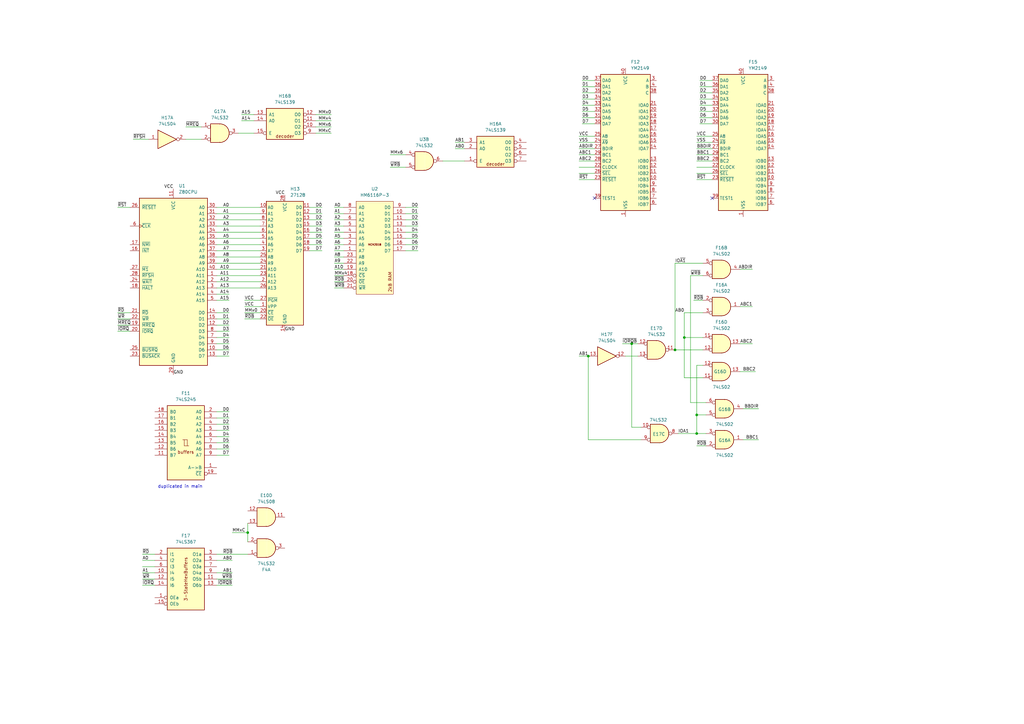
<source format=kicad_sch>
(kicad_sch (version 20231120) (generator "eeschema") (generator_version "8.0")
  (paper "A3")
  (title_block (title "Sound"))
  (lib_symbols
    (symbol "Audio:YM2149"
      (property "Reference" "U" (at -10.16 29.21 0))
      (property "Value" "YM2149" (at 3.81 29.21 0))
      (symbol "YM2149_1_1"
        (pin power_in line (at 0 -30.48 90) (length 2.54) (name "VSS") (number "1"))
        (pin bidirectional line (at 12.7 -15.24 180) (length 2.54) (name "IOB3") (number "10"))
        (pin bidirectional line (at 12.7 -12.7 180) (length 2.54) (name "IOB2") (number "11"))
        (pin bidirectional line (at 12.7 -10.16 180) (length 2.54) (name "IOB1") (number "12"))
        (pin bidirectional line (at 12.7 -7.62 180) (length 2.54) (name "IOB0") (number "13"))
        (pin bidirectional line (at 12.7 -2.54 180) (length 2.54) (name "IOA7") (number "14"))
        (pin bidirectional line (at 12.7 0 180) (length 2.54) (name "IOA6") (number "15"))
        (pin bidirectional line (at 12.7 2.54 180) (length 2.54) (name "IOA5") (number "16"))
        (pin bidirectional line (at 12.7 5.08 180) (length 2.54) (name "IOA4") (number "17"))
        (pin bidirectional line (at 12.7 7.62 180) (length 2.54) (name "IOA3") (number "18"))
        (pin bidirectional line (at 12.7 10.16 180) (length 2.54) (name "IOA2") (number "19"))
        (pin no_connect line (at -10.16 -17.78 0) (length 2.54) hide (name "NC") (number "2"))
        (pin bidirectional line (at 12.7 12.7 180) (length 2.54) (name "IOA1") (number "20"))
        (pin bidirectional line (at 12.7 15.24 180) (length 2.54) (name "IOA0") (number "21"))
        (pin input line (at -12.7 -10.16 0) (length 2.54) (name "CLOCK") (number "22"))
        (pin input line (at -12.7 -15.24 0) (length 2.54) (name "~{RESET}") (number "23"))
        (pin input line (at -12.7 0 0) (length 2.54) (name "~{A9}") (number "24"))
        (pin input line (at -12.7 2.54 0) (length 2.54) (name "A8") (number "25"))
        (pin input line (at -12.7 -12.7 0) (length 2.54) (name "~{SEL}") (number "26"))
        (pin input line (at -12.7 -2.54 0) (length 2.54) (name "BDIR") (number "27"))
        (pin input line (at -12.7 -7.62 0) (length 2.54) (name "BC2") (number "28"))
        (pin input line (at -12.7 -5.08 0) (length 2.54) (name "BC1") (number "29"))
        (pin output line (at 12.7 25.4 180) (length 2.54) (name "A") (number "3"))
        (pin bidirectional line (at -12.7 7.62 0) (length 2.54) (name "DA7") (number "30"))
        (pin bidirectional line (at -12.7 10.16 0) (length 2.54) (name "DA6") (number "31"))
        (pin bidirectional line (at -12.7 12.7 0) (length 2.54) (name "DA5") (number "32"))
        (pin bidirectional line (at -12.7 15.24 0) (length 2.54) (name "DA4") (number "33"))
        (pin bidirectional line (at -12.7 17.78 0) (length 2.54) (name "DA3") (number "34"))
        (pin bidirectional line (at -12.7 20.32 0) (length 2.54) (name "DA2") (number "35"))
        (pin bidirectional line (at -12.7 22.86 0) (length 2.54) (name "DA1") (number "36"))
        (pin bidirectional line (at -12.7 25.4 0) (length 2.54) (name "DA0") (number "37"))
        (pin output line (at 12.7 20.32 180) (length 2.54) (name "C") (number "38"))
        (pin passive line (at -12.7 -22.86 0) (length 2.54) (name "TEST1") (number "39"))
        (pin output line (at 12.7 22.86 180) (length 2.54) (name "B") (number "4"))
        (pin power_in line (at 0 30.48 270) (length 2.54) (name "VCC") (number "40"))
        (pin no_connect line (at -10.16 -20.32 0) (length 2.54) hide (name "NC") (number "5"))
        (pin bidirectional line (at 12.7 -25.4 180) (length 2.54) (name "IOB7") (number "6"))
        (pin bidirectional line (at 12.7 -22.86 180) (length 2.54) (name "IOB6") (number "7"))
        (pin bidirectional line (at 12.7 -20.32 180) (length 2.54) (name "IOB5") (number "8"))
        (pin bidirectional line (at 12.7 -17.78 180) (length 2.54) (name "IOB4") (number "9"))
      )
    )
    (symbol "CPU:Z80CPU" (pin_names (offset 1.016))
      (property "Reference" "U" (at -13.97 35.56 0))
      (property "Value" "Z80CPU" (at 6.35 35.56 0))
      (symbol "Z80CPU_1_1"
        (pin output line (at 17.78 2.54 180) (length 3.81) (name "A11") (number "1"))
        (pin bidirectional line (at 17.78 -27.94 180) (length 3.81) (name "D6") (number "10"))
        (pin power_in line (at 0 38.1 270) (length 3.81) (name "VCC") (number "11"))
        (pin bidirectional line (at 17.78 -17.78 180) (length 3.81) (name "D2") (number "12"))
        (pin bidirectional line (at 17.78 -30.48 180) (length 3.81) (name "D7") (number "13"))
        (pin bidirectional line (at 17.78 -12.7 180) (length 3.81) (name "D0") (number "14"))
        (pin bidirectional line (at 17.78 -15.24 180) (length 3.81) (name "D1") (number "15"))
        (pin input line (at -17.78 12.7 0) (length 3.81) (name "~{INT}") (number "16"))
        (pin input line (at -17.78 15.24 0) (length 3.81) (name "~{NMI}") (number "17"))
        (pin output line (at -17.78 -2.54 0) (length 3.81) (name "~{HALT}") (number "18"))
        (pin output line (at -17.78 -17.78 0) (length 3.81) (name "~{MREQ}") (number "19"))
        (pin output line (at 17.78 0 180) (length 3.81) (name "A12") (number "2"))
        (pin output line (at -17.78 -20.32 0) (length 3.81) (name "~{IORQ}") (number "20"))
        (pin output line (at -17.78 -12.7 0) (length 3.81) (name "~{RD}") (number "21"))
        (pin output line (at -17.78 -15.24 0) (length 3.81) (name "~{WR}") (number "22"))
        (pin output line (at -17.78 -30.48 0) (length 3.81) (name "~{BUSACK}") (number "23"))
        (pin input line (at -17.78 0 0) (length 3.81) (name "~{WAIT}") (number "24"))
        (pin input line (at -17.78 -27.94 0) (length 3.81) (name "~{BUSRQ}") (number "25"))
        (pin input line (at -17.78 30.48 0) (length 3.81) (name "~{RESET}") (number "26"))
        (pin output line (at -17.78 5.08 0) (length 3.81) (name "~{M1}") (number "27"))
        (pin output line (at -17.78 2.54 0) (length 3.81) (name "~{RFSH}") (number "28"))
        (pin power_in line (at 0 -38.1 90) (length 3.81) (name "GND") (number "29"))
        (pin output line (at 17.78 -2.54 180) (length 3.81) (name "A13") (number "3"))
        (pin output line (at 17.78 30.48 180) (length 3.81) (name "A0") (number "30"))
        (pin output line (at 17.78 27.94 180) (length 3.81) (name "A1") (number "31"))
        (pin output line (at 17.78 25.4 180) (length 3.81) (name "A2") (number "32"))
        (pin output line (at 17.78 22.86 180) (length 3.81) (name "A3") (number "33"))
        (pin output line (at 17.78 20.32 180) (length 3.81) (name "A4") (number "34"))
        (pin output line (at 17.78 17.78 180) (length 3.81) (name "A5") (number "35"))
        (pin output line (at 17.78 15.24 180) (length 3.81) (name "A6") (number "36"))
        (pin output line (at 17.78 12.7 180) (length 3.81) (name "A7") (number "37"))
        (pin output line (at 17.78 10.16 180) (length 3.81) (name "A8") (number "38"))
        (pin output line (at 17.78 7.62 180) (length 3.81) (name "A9") (number "39"))
        (pin output line (at 17.78 -5.08 180) (length 3.81) (name "A14") (number "4"))
        (pin output line (at 17.78 5.08 180) (length 3.81) (name "A10") (number "40"))
        (pin output line (at 17.78 -7.62 180) (length 3.81) (name "A15") (number "5"))
        (pin input clock (at -17.78 22.86 0) (length 3.81) (name "~{CLK}") (number "6"))
        (pin bidirectional line (at 17.78 -22.86 180) (length 3.81) (name "D4") (number "7"))
        (pin bidirectional line (at 17.78 -20.32 180) (length 3.81) (name "D3") (number "8"))
        (pin bidirectional line (at 17.78 -25.4 180) (length 3.81) (name "D5") (number "9"))
      )
    )
    (symbol "Memory_EPROM:27128"
      (property "Reference" "U" (at -7.62 26.67 0))
      (property "Value" "27128" (at 2.54 -26.67 0))
      (symbol "27128_1_1"
        (pin input line (at -10.16 -17.78 0) (length 2.54) (name "VPP") (number "1"))
        (pin input line (at -10.16 22.86 0) (length 2.54) (name "A0") (number "10"))
        (pin tri_state line (at 10.16 22.86 180) (length 2.54) (name "D0") (number "11"))
        (pin tri_state line (at 10.16 20.32 180) (length 2.54) (name "D1") (number "12"))
        (pin tri_state line (at 10.16 17.78 180) (length 2.54) (name "D2") (number "13"))
        (pin power_in line (at 0 -27.94 90) (length 2.54) (name "GND") (number "14"))
        (pin tri_state line (at 10.16 15.24 180) (length 2.54) (name "D3") (number "15"))
        (pin tri_state line (at 10.16 12.7 180) (length 2.54) (name "D4") (number "16"))
        (pin tri_state line (at 10.16 10.16 180) (length 2.54) (name "D5") (number "17"))
        (pin tri_state line (at 10.16 7.62 180) (length 2.54) (name "D6") (number "18"))
        (pin tri_state line (at 10.16 5.08 180) (length 2.54) (name "D7") (number "19"))
        (pin input line (at -10.16 -7.62 0) (length 2.54) (name "A12") (number "2"))
        (pin input line (at -10.16 -20.32 0) (length 2.54) (name "~{CE}") (number "20"))
        (pin input line (at -10.16 -2.54 0) (length 2.54) (name "A10") (number "21"))
        (pin input line (at -10.16 -22.86 0) (length 2.54) (name "~{OE}") (number "22"))
        (pin input line (at -10.16 -5.08 0) (length 2.54) (name "A11") (number "23"))
        (pin input line (at -10.16 0 0) (length 2.54) (name "A9") (number "24"))
        (pin input line (at -10.16 2.54 0) (length 2.54) (name "A8") (number "25"))
        (pin input line (at -10.16 -10.16 0) (length 2.54) (name "A13") (number "26"))
        (pin input line (at -10.16 -15.24 0) (length 2.54) (name "~{PGM}") (number "27"))
        (pin power_in line (at 0 27.94 270) (length 2.54) (name "VCC") (number "28"))
        (pin input line (at -10.16 5.08 0) (length 2.54) (name "A7") (number "3"))
        (pin input line (at -10.16 7.62 0) (length 2.54) (name "A6") (number "4"))
        (pin input line (at -10.16 10.16 0) (length 2.54) (name "A5") (number "5"))
        (pin input line (at -10.16 12.7 0) (length 2.54) (name "A4") (number "6"))
        (pin input line (at -10.16 15.24 0) (length 2.54) (name "A3") (number "7"))
        (pin input line (at -10.16 17.78 0) (length 2.54) (name "A2") (number "8"))
        (pin input line (at -10.16 20.32 0) (length 2.54) (name "A1") (number "9"))
      )
    )
    (symbol "arcade:HM6116P-3" (pin_names (offset 1.016))
      (property "Reference" "U" (at 0 21.59 0))
      (property "Value" "HM6116P-3" (at 1.27 19.05 0))
      (symbol "HM6116P-3_0_0"
        (text "2kB RAM" (at 6.35 -15.24 900) (effects (font (size 1.27 1.27))))
        (text "MCM2018" (at 0 0 0) (effects (font (size 0.762 0.762))))
      )
      (symbol "HM6116P-3_1_1"
        (pin input line (at -12.7 -2.54 0) (length 5.08) (name "A7") (number "1"))
        (pin tri_state line (at 12.7 12.7 180) (length 5.08) (name "D1") (number "10"))
        (pin tri_state line (at 12.7 10.16 180) (length 5.08) (name "D2") (number "11"))
        (pin power_in line (at 0 -20.32 90) (length 5.08) hide (name "VSS") (number "12"))
        (pin tri_state line (at 12.7 7.62 180) (length 5.08) (name "D3") (number "13"))
        (pin tri_state line (at 12.7 5.08 180) (length 5.08) (name "D4") (number "14"))
        (pin tri_state line (at 12.7 2.54 180) (length 5.08) (name "D5") (number "15"))
        (pin tri_state line (at 12.7 0 180) (length 5.08) (name "D6") (number "16"))
        (pin tri_state line (at 12.7 -2.54 180) (length 5.08) (name "D7") (number "17"))
        (pin input inverted (at -12.7 -12.7 0) (length 5.08) (name "~{CS}") (number "18"))
        (pin input line (at -12.7 -10.16 0) (length 5.08) (name "A10") (number "19"))
        (pin input line (at -12.7 0 0) (length 5.08) (name "A6") (number "2"))
        (pin input inverted (at -12.7 -15.24 0) (length 5.08) (name "~{OE}") (number "20"))
        (pin input inverted (at -12.7 -17.78 0) (length 5.08) (name "~{WR}") (number "21"))
        (pin input line (at -12.7 -7.62 0) (length 5.08) (name "A9") (number "22"))
        (pin input line (at -12.7 -5.08 0) (length 5.08) (name "A8") (number "23"))
        (pin power_in line (at 0 17.78 270) (length 5.08) hide (name "VCC") (number "24"))
        (pin input line (at -12.7 2.54 0) (length 5.08) (name "A5") (number "3"))
        (pin input line (at -12.7 5.08 0) (length 5.08) (name "A4") (number "4"))
        (pin input line (at -12.7 7.62 0) (length 5.08) (name "A3") (number "5"))
        (pin input line (at -12.7 10.16 0) (length 5.08) (name "A2") (number "6"))
        (pin input line (at -12.7 12.7 0) (length 5.08) (name "A1") (number "7"))
        (pin input line (at -12.7 15.24 0) (length 5.08) (name "A0") (number "8"))
        (pin tri_state line (at 12.7 15.24 180) (length 5.08) (name "D0") (number "9"))
      )
    )
    (symbol "jt74:74LS02" (pin_names (offset 1.016))
      (property "Reference" "U" (at 0 1.27 0))
      (property "Value" "74LS02" (at 0 -1.27 0))
      (symbol "74LS02_1_1"
        (pin output inverted (at 7.62 0 180) (length 3.81) (name "~") (number "1"))
        (pin input line (at -7.62 2.54 0) (length 4.318) (name "~") (number "2"))
        (pin input line (at -7.62 -2.54 0) (length 4.318) (name "~") (number "3"))
      )
      (symbol "74LS02_1_2"
        (pin output line (at 7.62 0 180) (length 3.81) (name "~") (number "1"))
        (pin input inverted (at -7.62 2.54 0) (length 3.81) (name "~") (number "2"))
        (pin input inverted (at -7.62 -2.54 0) (length 3.81) (name "~") (number "3"))
      )
      (symbol "74LS02_2_1"
        (pin output inverted (at 7.62 0 180) (length 3.81) (name "~") (number "4"))
        (pin input line (at -7.62 2.54 0) (length 4.318) (name "~") (number "5"))
        (pin input line (at -7.62 -2.54 0) (length 4.318) (name "~") (number "6"))
      )
      (symbol "74LS02_2_2"
        (pin output line (at 7.62 0 180) (length 3.81) (name "~") (number "4"))
        (pin input inverted (at -7.62 2.54 0) (length 3.81) (name "~") (number "5"))
        (pin input inverted (at -7.62 -2.54 0) (length 3.81) (name "~") (number "6"))
      )
      (symbol "74LS02_3_1"
        (pin output inverted (at 7.62 0 180) (length 3.81) (name "~") (number "10"))
        (pin input line (at -7.62 2.54 0) (length 4.318) (name "~") (number "8"))
        (pin input line (at -7.62 -2.54 0) (length 4.318) (name "~") (number "9"))
      )
      (symbol "74LS02_3_2"
        (pin output line (at 7.62 0 180) (length 3.81) (name "~") (number "10"))
        (pin input inverted (at -7.62 2.54 0) (length 3.81) (name "~") (number "8"))
        (pin input inverted (at -7.62 -2.54 0) (length 3.81) (name "~") (number "9"))
      )
      (symbol "74LS02_4_1"
        (pin input line (at -7.62 2.54 0) (length 4.318) (name "~") (number "11"))
        (pin input line (at -7.62 -2.54 0) (length 4.318) (name "~") (number "12"))
        (pin output inverted (at 7.62 0 180) (length 3.81) (name "~") (number "13"))
      )
      (symbol "74LS02_4_2"
        (pin input inverted (at -7.62 2.54 0) (length 3.81) (name "~") (number "11"))
        (pin input inverted (at -7.62 -2.54 0) (length 3.81) (name "~") (number "12"))
        (pin output line (at 7.62 0 180) (length 3.81) (name "~") (number "13"))
      )
      (symbol "74LS02_5_0"
        (pin power_in line (at 0 7.62 270) (length 5.08) hide (name "VCC") (number "14"))
        (pin power_in line (at 0 -7.62 90) (length 5.08) hide (name "VSS") (number "7"))
      )
    )
    (symbol "jt74:74LS04" (pin_names (offset 1.016))
      (property "Reference" "U" (at 0 1.27 0))
      (property "Value" "74LS04" (at 0 -1.27 0))
      (symbol "74LS04_1_0"
        (pin input line (at -7.62 0 0) (length 3.81) (name "~") (number "1"))
        (pin output inverted (at 7.62 0 180) (length 3.81) (name "~") (number "2"))
      )
      (symbol "74LS04_2_0"
        (pin input line (at -7.62 0 0) (length 3.81) (name "~") (number "3"))
        (pin output inverted (at 7.62 0 180) (length 3.81) (name "~") (number "4"))
      )
      (symbol "74LS04_3_0"
        (pin input line (at -7.62 0 0) (length 3.81) (name "~") (number "5"))
        (pin output inverted (at 7.62 0 180) (length 3.81) (name "~") (number "6"))
      )
      (symbol "74LS04_4_0"
        (pin output inverted (at 7.62 0 180) (length 3.81) (name "~") (number "8"))
        (pin input line (at -7.62 0 0) (length 3.81) (name "~") (number "9"))
      )
      (symbol "74LS04_5_0"
        (pin output inverted (at 7.62 0 180) (length 3.81) (name "~") (number "10"))
        (pin input line (at -7.62 0 0) (length 3.81) (name "~") (number "11"))
      )
      (symbol "74LS04_6_0"
        (pin output inverted (at 7.62 0 180) (length 3.81) (name "~") (number "12"))
        (pin input line (at -7.62 0 0) (length 3.81) (name "~") (number "13"))
      )
      (symbol "74LS04_7_0"
        (pin power_in line (at 0 7.62 270) (length 5.08) hide (name "VCC") (number "14"))
        (pin power_in line (at 0 -7.62 90) (length 5.08) hide (name "VSS") (number "7"))
      )
    )
    (symbol "jt74:74LS08" (pin_names (offset 1.016))
      (property "Reference" "U" (at 0 1.27 0))
      (property "Value" "74LS08" (at 0 -1.27 0))
      (symbol "74LS08_1_1"
        (pin input line (at -7.62 2.54 0) (length 3.81) (name "~") (number "1"))
        (pin input line (at -7.62 -2.54 0) (length 3.81) (name "~") (number "2"))
        (pin output line (at 7.62 0 180) (length 3.81) (name "~") (number "3"))
      )
      (symbol "74LS08_1_2"
        (pin input inverted (at -7.62 2.54 0) (length 4.318) (name "~") (number "1"))
        (pin input inverted (at -7.62 -2.54 0) (length 4.318) (name "~") (number "2"))
        (pin output inverted (at 7.62 0 180) (length 3.81) (name "~") (number "3"))
      )
      (symbol "74LS08_2_1"
        (pin input line (at -7.62 2.54 0) (length 3.81) (name "~") (number "4"))
        (pin input line (at -7.62 -2.54 0) (length 3.81) (name "~") (number "5"))
        (pin output line (at 7.62 0 180) (length 3.81) (name "~") (number "6"))
      )
      (symbol "74LS08_2_2"
        (pin input inverted (at -7.62 2.54 0) (length 4.318) (name "~") (number "4"))
        (pin input inverted (at -7.62 -2.54 0) (length 4.318) (name "~") (number "5"))
        (pin output inverted (at 7.62 0 180) (length 3.81) (name "~") (number "6"))
      )
      (symbol "74LS08_3_1"
        (pin input line (at -7.62 -2.54 0) (length 3.81) (name "~") (number "10"))
        (pin output line (at 7.62 0 180) (length 3.81) (name "~") (number "8"))
        (pin input line (at -7.62 2.54 0) (length 3.81) (name "~") (number "9"))
      )
      (symbol "74LS08_3_2"
        (pin input inverted (at -7.62 -2.54 0) (length 4.318) (name "~") (number "10"))
        (pin output inverted (at 7.62 0 180) (length 3.81) (name "~") (number "8"))
        (pin input inverted (at -7.62 2.54 0) (length 4.318) (name "~") (number "9"))
      )
      (symbol "74LS08_4_1"
        (pin output line (at 7.62 0 180) (length 3.81) (name "~") (number "11"))
        (pin input line (at -7.62 2.54 0) (length 3.81) (name "~") (number "12"))
        (pin input line (at -7.62 -2.54 0) (length 3.81) (name "~") (number "13"))
      )
      (symbol "74LS08_4_2"
        (pin output inverted (at 7.62 0 180) (length 3.81) (name "~") (number "11"))
        (pin input inverted (at -7.62 2.54 0) (length 4.318) (name "~") (number "12"))
        (pin input inverted (at -7.62 -2.54 0) (length 4.318) (name "~") (number "13"))
      )
      (symbol "74LS08_5_0"
        (pin power_in line (at 0 7.62 270) (length 5.08) hide (name "VCC") (number "14"))
        (pin power_in line (at 0 -7.62 90) (length 5.08) hide (name "VSS") (number "7"))
      )
    )
    (symbol "jt74:74LS139" (pin_names (offset 1.016))
      (property "Reference" "U" (at -7.62 8.89 0))
      (property "Value" "74LS139" (at -7.62 -8.89 0))
      (symbol "74LS139_0_0"
        (text "decoder" (at 0 -6.35 0) (effects (font (size 1.27 1.27))))
      )
      (symbol "74LS139_1_0"
        (pin input inverted (at -12.7 -5.08 0) (length 5.08) (name "E") (number "1"))
        (pin input line (at -12.7 0 0) (length 5.08) (name "A0") (number "2"))
        (pin input line (at -12.7 2.54 0) (length 5.08) (name "A1") (number "3"))
        (pin output inverted (at 12.7 2.54 180) (length 5.08) (name "O0") (number "4"))
        (pin output inverted (at 12.7 0 180) (length 5.08) (name "O1") (number "5"))
        (pin output inverted (at 12.7 -2.54 180) (length 5.08) (name "O2") (number "6"))
        (pin output inverted (at 12.7 -5.08 180) (length 5.08) (name "O3") (number "7"))
      )
      (symbol "74LS139_2_0"
        (pin output inverted (at 12.7 -2.54 180) (length 5.08) (name "O2") (number "10"))
        (pin output inverted (at 12.7 0 180) (length 5.08) (name "O1") (number "11"))
        (pin output inverted (at 12.7 2.54 180) (length 5.08) (name "O0") (number "12"))
        (pin input line (at -12.7 2.54 0) (length 5.08) (name "A1") (number "13"))
        (pin input line (at -12.7 0 0) (length 5.08) (name "A0") (number "14"))
        (pin input inverted (at -12.7 -5.08 0) (length 5.08) (name "E") (number "15"))
        (pin output inverted (at 12.7 -5.08 180) (length 5.08) (name "O3") (number "9"))
      )
      (symbol "74LS139_3_0"
        (pin power_in line (at 0 7.62 270) (length 5.08) hide (name "VCC") (number "16"))
        (pin power_in line (at 0 -7.62 90) (length 5.08) hide (name "VSS") (number "8"))
      )
    )
    (symbol "jt74:74LS245" (pin_names (offset 1.016))
      (property "Reference" "U" (at -7.62 16.51 0))
      (property "Value" "74LS245" (at 2.54 -13.97 0))
      (symbol "74LS245_0_0"
        (text "buffers" (at 0 -3.81 0) (effects (font (size 1.27 1.27))))
      )
      (symbol "74LS245_1_0"
        (pin input line (at -12.7 -10.16 0) (length 5.08) (name "A->B") (number "1"))
        (pin tri_state line (at 12.7 -5.08 180) (length 5.08) (name "B7") (number "11"))
        (pin tri_state line (at 12.7 -2.54 180) (length 5.08) (name "B6") (number "12"))
        (pin tri_state line (at 12.7 0 180) (length 5.08) (name "B5") (number "13"))
        (pin tri_state line (at 12.7 2.54 180) (length 5.08) (name "B4") (number "14"))
        (pin tri_state line (at 12.7 5.08 180) (length 5.08) (name "B3") (number "15"))
        (pin tri_state line (at 12.7 7.62 180) (length 5.08) (name "B2") (number "16"))
        (pin tri_state line (at 12.7 10.16 180) (length 5.08) (name "B1") (number "17"))
        (pin tri_state line (at 12.7 12.7 180) (length 5.08) (name "B0") (number "18"))
        (pin input inverted (at -12.7 -12.7 0) (length 5.08) (name "~{CE}") (number "19"))
        (pin tri_state line (at -12.7 12.7 0) (length 5.08) (name "A0") (number "2"))
        (pin tri_state line (at -12.7 10.16 0) (length 5.08) (name "A1") (number "3"))
        (pin tri_state line (at -12.7 7.62 0) (length 5.08) (name "A2") (number "4"))
        (pin tri_state line (at -12.7 5.08 0) (length 5.08) (name "A3") (number "5"))
        (pin tri_state line (at -12.7 2.54 0) (length 5.08) (name "A4") (number "6"))
        (pin tri_state line (at -12.7 0 0) (length 5.08) (name "A5") (number "7"))
        (pin tri_state line (at -12.7 -2.54 0) (length 5.08) (name "A6") (number "8"))
        (pin tri_state line (at -12.7 -5.08 0) (length 5.08) (name "A7") (number "9"))
      )
    )
    (symbol "jt74:74LS32" (pin_names (offset 1.016))
      (property "Reference" "U" (at 0 1.27 0))
      (property "Value" "74LS32" (at 0 -1.27 0))
      (symbol "74LS32_1_1"
        (pin input line (at -7.62 2.54 0) (length 4.318) (name "~") (number "1"))
        (pin input line (at -7.62 -2.54 0) (length 4.318) (name "~") (number "2"))
        (pin output line (at 7.62 0 180) (length 3.81) (name "~") (number "3"))
      )
      (symbol "74LS32_1_2"
        (pin input inverted (at -7.62 2.54 0) (length 3.81) (name "~") (number "1"))
        (pin input inverted (at -7.62 -2.54 0) (length 3.81) (name "~") (number "2"))
        (pin output inverted (at 7.62 0 180) (length 3.81) (name "~") (number "3"))
      )
      (symbol "74LS32_2_1"
        (pin input line (at -7.62 2.54 0) (length 4.318) (name "~") (number "4"))
        (pin input line (at -7.62 -2.54 0) (length 4.318) (name "~") (number "5"))
        (pin output line (at 7.62 0 180) (length 3.81) (name "~") (number "6"))
      )
      (symbol "74LS32_2_2"
        (pin input inverted (at -7.62 2.54 0) (length 3.81) (name "~") (number "4"))
        (pin input inverted (at -7.62 -2.54 0) (length 3.81) (name "~") (number "5"))
        (pin output inverted (at 7.62 0 180) (length 3.81) (name "~") (number "6"))
      )
      (symbol "74LS32_3_1"
        (pin input line (at -7.62 -2.54 0) (length 4.318) (name "~") (number "10"))
        (pin output line (at 7.62 0 180) (length 3.81) (name "~") (number "8"))
        (pin input line (at -7.62 2.54 0) (length 4.318) (name "~") (number "9"))
      )
      (symbol "74LS32_3_2"
        (pin input inverted (at -7.62 -2.54 0) (length 3.81) (name "~") (number "10"))
        (pin output inverted (at 7.62 0 180) (length 3.81) (name "~") (number "8"))
        (pin input inverted (at -7.62 2.54 0) (length 3.81) (name "~") (number "9"))
      )
      (symbol "74LS32_4_1"
        (pin output line (at 7.62 0 180) (length 3.81) (name "~") (number "11"))
        (pin input line (at -7.62 2.54 0) (length 4.318) (name "~") (number "12"))
        (pin input line (at -7.62 -2.54 0) (length 4.318) (name "~") (number "13"))
      )
      (symbol "74LS32_4_2"
        (pin output inverted (at 7.62 0 180) (length 3.81) (name "~") (number "11"))
        (pin input inverted (at -7.62 2.54 0) (length 3.81) (name "~") (number "12"))
        (pin input inverted (at -7.62 -2.54 0) (length 3.81) (name "~") (number "13"))
      )
      (symbol "74LS32_5_0"
        (pin power_in line (at 0 7.62 270) (length 5.08) hide (name "VCC") (number "14"))
        (pin power_in line (at 0 -7.62 90) (length 5.08) hide (name "VSS") (number "7"))
      )
    )
    (symbol "jt74:74LS367" (pin_names (offset 1.016))
      (property "Reference" "U" (at -7.62 13.97 0))
      (property "Value" "74LS367" (at -7.62 -13.97 0))
      (symbol "74LS367_0_0"
        (text "3-StateHexBuffers" (at 0 0 900) (effects (font (size 1.27 1.27))))
      )
      (symbol "74LS367_1_0"
        (pin input inverted (at -12.7 -7.62 0) (length 5.08) (name "OEa") (number "1"))
        (pin input line (at -12.7 2.54 0) (length 5.08) (name "I4") (number "10"))
        (pin tri_state line (at 12.7 0 180) (length 5.08) (name "O5b") (number "11"))
        (pin input line (at -12.7 0 0) (length 5.08) (name "I5") (number "12"))
        (pin tri_state line (at 12.7 -2.54 180) (length 5.08) (name "O6b") (number "13"))
        (pin input line (at -12.7 -2.54 0) (length 5.08) (name "I6") (number "14"))
        (pin input inverted (at -12.7 -10.16 0) (length 5.08) (name "OEb") (number "15"))
        (pin input line (at -12.7 10.16 0) (length 5.08) (name "I1") (number "2"))
        (pin tri_state line (at 12.7 10.16 180) (length 5.08) (name "O1a") (number "3"))
        (pin input line (at -12.7 7.62 0) (length 5.08) (name "I2") (number "4"))
        (pin tri_state line (at 12.7 7.62 180) (length 5.08) (name "O2a") (number "5"))
        (pin input line (at -12.7 5.08 0) (length 5.08) (name "I3") (number "6"))
        (pin tri_state line (at 12.7 5.08 180) (length 5.08) (name "O3a") (number "7"))
        (pin tri_state line (at 12.7 2.54 180) (length 5.08) (name "O4a") (number "9"))
      )
      (symbol "74LS367_1_1"
        (pin power_in line (at 0 12.7 270) (length 2.54) hide (name "VCC") (number "16"))
        (pin power_in line (at 0 -12.7 90) (length 2.54) hide (name "VSS") (number "8"))
      )
    )
  )
  (junction (at 285.75 170.18))
  (junction (at 241.3 146.05))
  (junction (at 101.6 218.44))
  (junction (at 276.86 143.51))
  (junction (at 259.08 140.97))
  (junction (at 280.67 138.43))
  (junction (at 285.75 177.8))
  (no_connect (at 243.84 81.28))
  (no_connect (at 292.1 81.28))
  (wire (pts (xy 88.9 186.69) (xy 93.98 186.69)))
  (wire (pts (xy 256.54 146.05) (xy 261.62 146.05)))
  (wire (pts (xy 88.9 176.53) (xy 93.98 176.53)))
  (wire (pts (xy 166.37 102.87) (xy 171.45 102.87)))
  (wire (pts (xy 99.06 46.99) (xy 104.14 46.99)))
  (wire (pts (xy 137.16 107.95) (xy 140.97 107.95)))
  (wire (pts (xy 54.61 57.15) (xy 60.96 57.15)))
  (wire (pts (xy 88.9 110.49) (xy 106.68 110.49)))
  (wire (pts (xy 101.6 214.63) (xy 101.6 218.44)))
  (wire (pts (xy 127 90.17) (xy 132.08 90.17)))
  (wire (pts (xy 237.49 55.88) (xy 243.84 55.88)))
  (wire (pts (xy 137.16 85.09) (xy 140.97 85.09)))
  (wire (pts (xy 285.75 66.04) (xy 292.1 66.04)))
  (wire (pts (xy 58.42 229.87) (xy 63.5 229.87)))
  (wire (pts (xy 97.79 54.61) (xy 104.14 54.61)))
  (wire (pts (xy 292.1 50.8) (xy 287.02 50.8)))
  (wire (pts (xy 137.16 87.63) (xy 140.97 87.63)))
  (wire (pts (xy 129.54 46.99) (xy 135.89 46.99)))
  (wire (pts (xy 88.9 120.65) (xy 93.98 120.65)))
  (wire (pts (xy 137.16 113.03) (xy 140.97 113.03)))
  (wire (pts (xy 129.54 54.61) (xy 135.89 54.61)))
  (wire (pts (xy 241.3 146.05) (xy 241.3 180.34)))
  (wire (pts (xy 276.86 143.51) (xy 276.86 107.95)))
  (wire (pts (xy 243.84 43.18) (xy 238.76 43.18)))
  (wire (pts (xy 303.53 152.4) (xy 309.88 152.4)))
  (wire (pts (xy 127 85.09) (xy 132.08 85.09)))
  (wire (pts (xy 101.6 218.44) (xy 101.6 222.25)))
  (wire (pts (xy 280.67 154.94) (xy 280.67 138.43)))
  (wire (pts (xy 88.9 113.03) (xy 106.68 113.03)))
  (wire (pts (xy 88.9 240.03) (xy 95.25 240.03)))
  (wire (pts (xy 48.26 135.89) (xy 53.34 135.89)))
  (wire (pts (xy 276.86 143.51) (xy 288.29 143.51)))
  (wire (pts (xy 280.67 138.43) (xy 280.67 128.27)))
  (wire (pts (xy 243.84 40.64) (xy 238.76 40.64)))
  (wire (pts (xy 292.1 48.26) (xy 287.02 48.26)))
  (wire (pts (xy 137.16 100.33) (xy 140.97 100.33)))
  (wire (pts (xy 280.67 138.43) (xy 288.29 138.43)))
  (wire (pts (xy 243.84 45.72) (xy 238.76 45.72)))
  (wire (pts (xy 88.9 95.25) (xy 106.68 95.25)))
  (wire (pts (xy 95.25 218.44) (xy 101.6 218.44)))
  (wire (pts (xy 280.67 128.27) (xy 288.29 128.27)))
  (wire (pts (xy 88.9 107.95) (xy 106.68 107.95)))
  (wire (pts (xy 285.75 63.5) (xy 292.1 63.5)))
  (wire (pts (xy 292.1 45.72) (xy 287.02 45.72)))
  (wire (pts (xy 166.37 85.09) (xy 171.45 85.09)))
  (wire (pts (xy 88.9 92.71) (xy 106.68 92.71)))
  (wire (pts (xy 166.37 97.79) (xy 171.45 97.79)))
  (wire (pts (xy 88.9 171.45) (xy 93.98 171.45)))
  (wire (pts (xy 181.61 66.04) (xy 190.5 66.04)))
  (wire (pts (xy 285.75 177.8) (xy 289.56 177.8)))
  (wire (pts (xy 285.75 73.66) (xy 292.1 73.66)))
  (wire (pts (xy 88.9 85.09) (xy 106.68 85.09)))
  (wire (pts (xy 255.27 140.97) (xy 259.08 140.97)))
  (wire (pts (xy 100.33 123.19) (xy 106.68 123.19)))
  (wire (pts (xy 243.84 38.1) (xy 238.76 38.1)))
  (wire (pts (xy 137.16 102.87) (xy 140.97 102.87)))
  (wire (pts (xy 48.26 128.27) (xy 53.34 128.27)))
  (wire (pts (xy 303.53 140.97) (xy 308.61 140.97)))
  (wire (pts (xy 237.49 63.5) (xy 243.84 63.5)))
  (wire (pts (xy 237.49 68.58) (xy 243.84 68.58)))
  (wire (pts (xy 127 92.71) (xy 132.08 92.71)))
  (wire (pts (xy 259.08 140.97) (xy 259.08 175.26)))
  (wire (pts (xy 88.9 105.41) (xy 106.68 105.41)))
  (wire (pts (xy 58.42 237.49) (xy 63.5 237.49)))
  (wire (pts (xy 285.75 55.88) (xy 292.1 55.88)))
  (wire (pts (xy 243.84 33.02) (xy 238.76 33.02)))
  (wire (pts (xy 284.48 123.19) (xy 288.29 123.19)))
  (wire (pts (xy 285.75 68.58) (xy 292.1 68.58)))
  (wire (pts (xy 99.06 49.53) (xy 104.14 49.53)))
  (wire (pts (xy 292.1 40.64) (xy 287.02 40.64)))
  (wire (pts (xy 285.75 182.88) (xy 289.56 182.88)))
  (wire (pts (xy 88.9 128.27) (xy 93.98 128.27)))
  (wire (pts (xy 88.9 146.05) (xy 93.98 146.05)))
  (wire (pts (xy 283.21 113.03) (xy 283.21 165.1)))
  (wire (pts (xy 137.16 118.11) (xy 140.97 118.11)))
  (wire (pts (xy 243.84 50.8) (xy 238.76 50.8)))
  (wire (pts (xy 166.37 92.71) (xy 171.45 92.71)))
  (wire (pts (xy 88.9 135.89) (xy 93.98 135.89)))
  (wire (pts (xy 100.33 130.81) (xy 106.68 130.81)))
  (wire (pts (xy 166.37 95.25) (xy 171.45 95.25)))
  (wire (pts (xy 127 87.63) (xy 132.08 87.63)))
  (wire (pts (xy 88.9 133.35) (xy 93.98 133.35)))
  (wire (pts (xy 292.1 33.02) (xy 287.02 33.02)))
  (wire (pts (xy 237.49 58.42) (xy 243.84 58.42)))
  (wire (pts (xy 283.21 165.1) (xy 289.56 165.1)))
  (wire (pts (xy 303.53 125.73) (xy 308.61 125.73)))
  (wire (pts (xy 58.42 227.33) (xy 63.5 227.33)))
  (wire (pts (xy 190.5 60.96) (xy 186.69 60.96)))
  (wire (pts (xy 160.02 68.58) (xy 166.37 68.58)))
  (wire (pts (xy 88.9 138.43) (xy 93.98 138.43)))
  (wire (pts (xy 166.37 87.63) (xy 171.45 87.63)))
  (wire (pts (xy 88.9 143.51) (xy 93.98 143.51)))
  (wire (pts (xy 259.08 140.97) (xy 261.62 140.97)))
  (wire (pts (xy 292.1 35.56) (xy 287.02 35.56)))
  (wire (pts (xy 288.29 113.03) (xy 283.21 113.03)))
  (wire (pts (xy 303.53 110.49) (xy 308.61 110.49)))
  (wire (pts (xy 48.26 133.35) (xy 53.34 133.35)))
  (wire (pts (xy 127 97.79) (xy 132.08 97.79)))
  (wire (pts (xy 186.69 58.42) (xy 190.5 58.42)))
  (wire (pts (xy 106.68 128.27) (xy 100.33 128.27)))
  (wire (pts (xy 166.37 90.17) (xy 171.45 90.17)))
  (wire (pts (xy 88.9 173.99) (xy 93.98 173.99)))
  (wire (pts (xy 278.13 177.8) (xy 285.75 177.8)))
  (wire (pts (xy 288.29 149.86) (xy 285.75 149.86)))
  (wire (pts (xy 58.42 240.03) (xy 63.5 240.03)))
  (wire (pts (xy 88.9 184.15) (xy 93.98 184.15)))
  (wire (pts (xy 137.16 115.57) (xy 140.97 115.57)))
  (wire (pts (xy 237.49 60.96) (xy 243.84 60.96)))
  (wire (pts (xy 88.9 234.95) (xy 95.25 234.95)))
  (wire (pts (xy 285.75 149.86) (xy 285.75 170.18)))
  (wire (pts (xy 88.9 179.07) (xy 93.98 179.07)))
  (wire (pts (xy 237.49 73.66) (xy 243.84 73.66)))
  (wire (pts (xy 88.9 115.57) (xy 106.68 115.57)))
  (wire (pts (xy 127 95.25) (xy 132.08 95.25)))
  (wire (pts (xy 88.9 140.97) (xy 93.98 140.97)))
  (wire (pts (xy 76.2 57.15) (xy 82.55 57.15)))
  (wire (pts (xy 88.9 118.11) (xy 106.68 118.11)))
  (wire (pts (xy 241.3 180.34) (xy 262.89 180.34)))
  (wire (pts (xy 88.9 168.91) (xy 93.98 168.91)))
  (wire (pts (xy 160.02 63.5) (xy 166.37 63.5)))
  (wire (pts (xy 304.8 167.64) (xy 311.15 167.64)))
  (wire (pts (xy 166.37 100.33) (xy 171.45 100.33)))
  (wire (pts (xy 304.8 180.34) (xy 311.15 180.34)))
  (wire (pts (xy 137.16 95.25) (xy 140.97 95.25)))
  (wire (pts (xy 58.42 232.41) (xy 63.5 232.41)))
  (wire (pts (xy 88.9 97.79) (xy 106.68 97.79)))
  (wire (pts (xy 243.84 48.26) (xy 238.76 48.26)))
  (wire (pts (xy 259.08 175.26) (xy 262.89 175.26)))
  (wire (pts (xy 137.16 90.17) (xy 140.97 90.17)))
  (wire (pts (xy 88.9 237.49) (xy 95.25 237.49)))
  (wire (pts (xy 88.9 123.19) (xy 93.98 123.19)))
  (wire (pts (xy 48.26 85.09) (xy 53.34 85.09)))
  (wire (pts (xy 76.2 52.07) (xy 82.55 52.07)))
  (wire (pts (xy 88.9 90.17) (xy 106.68 90.17)))
  (wire (pts (xy 88.9 87.63) (xy 106.68 87.63)))
  (wire (pts (xy 88.9 102.87) (xy 106.68 102.87)))
  (wire (pts (xy 100.33 125.73) (xy 106.68 125.73)))
  (wire (pts (xy 292.1 38.1) (xy 287.02 38.1)))
  (wire (pts (xy 137.16 105.41) (xy 140.97 105.41)))
  (wire (pts (xy 127 100.33) (xy 132.08 100.33)))
  (wire (pts (xy 137.16 97.79) (xy 140.97 97.79)))
  (wire (pts (xy 88.9 130.81) (xy 93.98 130.81)))
  (wire (pts (xy 88.9 227.33) (xy 101.6 227.33)))
  (wire (pts (xy 237.49 71.12) (xy 243.84 71.12)))
  (wire (pts (xy 276.86 107.95) (xy 288.29 107.95)))
  (wire (pts (xy 243.84 35.56) (xy 238.76 35.56)))
  (wire (pts (xy 88.9 100.33) (xy 106.68 100.33)))
  (wire (pts (xy 237.49 146.05) (xy 241.3 146.05)))
  (wire (pts (xy 137.16 110.49) (xy 140.97 110.49)))
  (wire (pts (xy 237.49 66.04) (xy 243.84 66.04)))
  (wire (pts (xy 129.54 49.53) (xy 135.89 49.53)))
  (wire (pts (xy 129.54 52.07) (xy 135.89 52.07)))
  (wire (pts (xy 285.75 170.18) (xy 285.75 177.8)))
  (wire (pts (xy 285.75 71.12) (xy 292.1 71.12)))
  (wire (pts (xy 127 102.87) (xy 132.08 102.87)))
  (wire (pts (xy 285.75 60.96) (xy 292.1 60.96)))
  (wire (pts (xy 285.75 170.18) (xy 289.56 170.18)))
  (wire (pts (xy 48.26 130.81) (xy 53.34 130.81)))
  (wire (pts (xy 280.67 154.94) (xy 288.29 154.94)))
  (wire (pts (xy 137.16 92.71) (xy 140.97 92.71)))
  (wire (pts (xy 88.9 229.87) (xy 95.25 229.87)))
  (wire (pts (xy 58.42 234.95) (xy 63.5 234.95)))
  (wire (pts (xy 285.75 58.42) (xy 292.1 58.42)))
  (wire (pts (xy 292.1 43.18) (xy 287.02 43.18)))
  (wire (pts (xy 88.9 181.61) (xy 93.98 181.61)))
  (text "duplicated in main" (at 73.914 199.644 0) (effects (font (size 1.27 1.27))))
  (label "D1" (at 93.98 171.45 180))
  (label "D2" (at 132.08 90.17 180))
  (label "A13" (at 93.98 118.11 180))
  (label "A6" (at 137.16 100.33 0))
  (label "D7" (at 93.98 186.69 180))
  (label "D2" (at 93.98 173.99 180))
  (label "A8" (at 137.16 105.41 0))
  (label "ABC1" (at 237.49 63.5 0))
  (label "D2" (at 287.02 38.1 0))
  (label "MMx4" (at 135.89 49.53 180))
  (label "~{MREQ}" (at 76.2 52.07 0))
  (label "IO~{A1}" (at 276.86 107.95 0))
  (label "D3" (at 132.08 92.71 180))
  (label "IOA1" (at 278.13 177.8 0))
  (label "BBC1" (at 285.75 63.5 0))
  (label "VCC" (at 116.84 80.01 180))
  (label "D1" (at 132.08 87.63 180))
  (label "VCC" (at 100.33 123.19 0))
  (label "D5" (at 93.98 181.61 180))
  (label "AB0" (at 95.25 229.87 180))
  (label "A2" (at 93.98 90.17 180))
  (label "D2" (at 238.76 38.1 0))
  (label "VCC" (at 100.33 125.73 0))
  (label "D0" (at 93.98 168.91 180))
  (label "D0" (at 132.08 85.09 180))
  (label "D6" (at 287.02 48.26 0))
  (label "D5" (at 171.45 97.79 180))
  (label "BBDIR" (at 285.75 60.96 0))
  (label "~{IORQ}" (at 58.42 240.03 0))
  (label "A2" (at 137.16 90.17 0))
  (label "~{RDB}" (at 100.33 130.81 0))
  (label "D6" (at 238.76 48.26 0))
  (label "D6" (at 93.98 143.51 180))
  (label "D4" (at 132.08 95.25 180))
  (label "A15" (at 99.06 46.99 0))
  (label "D6" (at 171.45 100.33 180))
  (label "MMx4" (at 137.16 113.03 0))
  (label "D0" (at 238.76 33.02 0))
  (label "A1" (at 137.16 87.63 0))
  (label "A9" (at 137.16 107.95 0))
  (label "~{RST}" (at 285.75 73.66 0))
  (label "A1" (at 93.98 87.63 180))
  (label "AB1" (at 186.69 58.42 0))
  (label "D5" (at 287.02 45.72 0))
  (label "D2" (at 93.98 133.35 180))
  (label "A12" (at 93.98 115.57 180))
  (label "A3" (at 137.16 92.71 0))
  (label "~{WRB}" (at 95.25 237.49 180))
  (label "~{RDB}" (at 284.48 123.19 0))
  (label "A4" (at 93.98 95.25 180))
  (label "D0" (at 93.98 128.27 180))
  (label "MMx0" (at 100.33 128.27 0))
  (label "A6" (at 93.98 100.33 180))
  (label "A15" (at 93.98 123.19 180))
  (label "A8" (at 93.98 105.41 180))
  (label "D1" (at 287.02 35.56 0))
  (label "A9" (at 93.98 107.95 180))
  (label "AB0" (at 186.69 60.96 0))
  (label "~{RST}" (at 237.49 73.66 0))
  (label "GND" (at 116.84 135.89 0))
  (label "ABC1" (at 308.61 125.73 180))
  (label "~{IORQB}" (at 95.25 240.03 180))
  (label "A0" (at 137.16 85.09 0))
  (label "A10" (at 137.16 110.49 0))
  (label "ABDIR" (at 237.49 60.96 0))
  (label "A0" (at 58.42 229.87 0))
  (label "D4" (at 93.98 138.43 180))
  (label "~{RDB}" (at 137.16 115.57 0))
  (label "D6" (at 132.08 100.33 180))
  (label "AB1" (at 95.25 234.95 180))
  (label "D6" (at 93.98 184.15 180))
  (label "MMx6" (at 160.02 63.5 0))
  (label "D7" (at 238.76 50.8 0))
  (label "D4" (at 171.45 95.25 180))
  (label "~{WRB}" (at 160.02 68.58 0))
  (label "A5" (at 93.98 97.79 180))
  (label "VCC" (at 237.49 55.88 0))
  (label "~{RD}" (at 58.42 227.33 0))
  (label "D3" (at 93.98 176.53 180))
  (label "ABC2" (at 237.49 66.04 0))
  (label "ABDIR" (at 308.61 110.49 180))
  (label "BBDIR" (at 311.15 167.64 180))
  (label "~{WRB}" (at 283.21 113.03 0))
  (label "BBC2" (at 285.75 66.04 0))
  (label "D7" (at 132.08 102.87 180))
  (label "A5" (at 137.16 97.79 0))
  (label "BBC1" (at 311.15 180.34 180))
  (label "D0" (at 171.45 85.09 180))
  (label "VSS" (at 285.75 58.42 0))
  (label "D4" (at 287.02 43.18 0))
  (label "D1" (at 238.76 35.56 0))
  (label "A0" (at 93.98 85.09 180))
  (label "~{RDB}" (at 91.44 227.33 0))
  (label "A14" (at 93.98 120.65 180))
  (label "D5" (at 238.76 45.72 0))
  (label "D5" (at 93.98 140.97 180))
  (label "~{RFSH}" (at 54.61 57.15 0))
  (label "AB0" (at 280.67 128.27 180))
  (label "D7" (at 171.45 102.87 180))
  (label "MMxC" (at 95.25 218.44 0))
  (label "~{WRB}" (at 137.16 118.11 0))
  (label "D5" (at 132.08 97.79 180))
  (label "BBC2" (at 309.88 152.4 180))
  (label "A7" (at 93.98 102.87 180))
  (label "~{WR}" (at 48.26 130.81 0))
  (label "A10" (at 93.98 110.49 180))
  (label "~{RDB}" (at 285.75 182.88 0))
  (label "AB1" (at 237.49 146.05 0))
  (label "ABC2" (at 308.61 140.97 180))
  (label "~{IORQ}" (at 48.26 135.89 0))
  (label "D2" (at 171.45 90.17 180))
  (label "D7" (at 93.98 146.05 180))
  (label "~{RST}" (at 48.26 85.09 0))
  (label "D1" (at 93.98 130.81 180))
  (label "D0" (at 287.02 33.02 0))
  (label "A11" (at 93.98 113.03 180))
  (label "D1" (at 171.45 87.63 180))
  (label "D4" (at 238.76 43.18 0))
  (label "A1" (at 58.42 234.95 0))
  (label "D4" (at 93.98 179.07 180))
  (label "MMx0" (at 135.89 46.99 180))
  (label "VCC" (at 285.75 55.88 0))
  (label "D3" (at 287.02 40.64 0))
  (label "~{IORQB}" (at 255.27 140.97 0))
  (label "VCC" (at 71.12 77.47 180))
  (label "D3" (at 238.76 40.64 0))
  (label "A7" (at 137.16 102.87 0))
  (label "VSS" (at 237.49 58.42 0))
  (label "MMxC" (at 135.89 54.61 180))
  (label "~{MREQ}" (at 48.26 133.35 0))
  (label "MMx6" (at 135.89 52.07 180))
  (label "A3" (at 93.98 92.71 180))
  (label "D7" (at 287.02 50.8 0))
  (label "D3" (at 93.98 135.89 180))
  (label "GND" (at 71.12 153.67 0))
  (label "~{WR}" (at 58.42 237.49 0))
  (label "~{RD}" (at 48.26 128.27 0))
  (label "D3" (at 171.45 92.71 180))
  (label "A14" (at 99.06 49.53 0))
  (label "A4" (at 137.16 95.25 0))
  (symbol (lib_id "jt74:74LS139") (at 116.84 49.53 0) (unit 2)
    (property "Reference" "H16" (at 116.84 39.37 0))
    (property "Value" "74LS139" (at 116.84 41.91 0))
    (property "Datasheet" "http://www.ti.com/lit/gpn/sn74LS139" (effects (hide yes)))
    (property "Description" "Dual Decoder 1 of 4, Active low outputs" (effects (hide yes)))
  )
  (symbol (lib_id "jt74:74LS04") (at 68.58 57.15 0) (unit 1)
    (property "Reference" "H17" (at 68.58 48.26 0))
    (property "Value" "74LS04" (at 68.58 50.8 0))
    (property "Datasheet" "http://www.ti.com/lit/gpn/sn74LS04" (effects (hide yes)))
    (property "Description" "Hex Inverter" (effects (hide yes)))
  )
  (symbol (lib_id "CPU:Z80CPU") (at 71.12 115.57 0) (unit 1)
    (property "Reference" "U1" (at 73.3141 76.2 0) (effects (justify left)))
    (property "Value" "Z80CPU" (at 73.3141 78.74 0) (effects (justify left)))
    (property "Datasheet" "www.zilog.com/manage_directlink.php?filepath=docs/z80/um0080" (effects (hide yes)))
    (property "Description" "8-bit General Purpose Microprocessor, DIP-40" (effects (hide yes)))
  )
  (symbol (lib_id "jt74:74LS32") (at 270.51 177.8 0) (mirror x) (unit 3) (convert 2)
    (property "Reference" "E17" (at 270.256 178.054 0))
    (property "Value" "74LS32" (at 270.002 172.212 0))
    (property "Datasheet" "http://www.ti.com/lit/gpn/sn74LS32" (effects (hide yes)))
    (property "Description" "Quad 2-input OR" (effects (hide yes)))
  )
  (symbol (lib_id "jt74:74LS02") (at 295.91 140.97 0) (unit 4) (convert 2)
    (property "Reference" "F16" (at 295.9017 132.08 0))
    (property "Value" "74LS02" (at 295.9017 134.62 0))
    (property "Datasheet" "http://www.ti.com/lit/gpn/sn74ls02" (effects (hide yes)))
    (property "Description" "quad 2-input NOR gate" (effects (hide yes)))
  )
  (symbol (lib_id "Audio:YM2149") (at 256.54 58.42 0) (unit 1)
    (property "Reference" "F12" (at 258.7341 25.4 0) (effects (justify left)))
    (property "Value" "YM2149" (at 258.7341 27.94 0) (effects (justify left)))
    (property "Footprint" "Package_DIP:DIP-40_W15.24mm" (effects (hide yes)))
    (property "Datasheet" "http://www.ym2149.com/ym2149.pdf" (effects (hide yes)))
    (property "Description" "Software-Controlled Sound Generator, DIP-40" (effects (hide yes)))
  )
  (symbol (lib_id "jt74:74LS32") (at 173.99 66.04 0) (unit 2) (convert 2)
    (property "Reference" "U3" (at 173.9817 57.15 0))
    (property "Value" "74LS32" (at 173.9817 59.69 0))
    (property "Datasheet" "http://www.ti.com/lit/gpn/sn74LS32" (effects (hide yes)))
    (property "Description" "Quad 2-input OR" (effects (hide yes)))
  )
  (symbol (lib_id "jt74:74LS139") (at 203.2 60.96 0) (unit 1)
    (property "Reference" "H16" (at 203.2 50.8 0))
    (property "Value" "74LS139" (at 203.2 53.34 0))
    (property "Datasheet" "http://www.ti.com/lit/gpn/sn74LS139" (effects (hide yes)))
    (property "Description" "Dual Decoder 1 of 4, Active low outputs" (effects (hide yes)))
  )
  (symbol (lib_id "jt74:74LS02") (at 295.91 152.4 0) (mirror x) (unit 4) (convert 2)
    (property "Reference" "G16" (at 295.402 152.4 0))
    (property "Value" "74LS02" (at 295.91 158.75 0))
    (property "Datasheet" "http://www.ti.com/lit/gpn/sn74ls02" (effects (hide yes)))
    (property "Description" "quad 2-input NOR gate" (effects (hide yes)))
  )
  (symbol (lib_id "jt74:74LS32") (at 90.17 54.61 0) (unit 1) (convert 2)
    (property "Reference" "G17" (at 90.17 45.72 0))
    (property "Value" "74LS32" (at 90.17 48.26 0))
    (property "Datasheet" "http://www.ti.com/lit/gpn/sn74LS32" (effects (hide yes)))
    (property "Description" "Quad 2-input OR" (effects (hide yes)))
  )
  (symbol (lib_id "jt74:74LS245") (at 76.2 181.61 0) (mirror y) (unit 1)
    (property "Reference" "F11" (at 76.2 161.29 0))
    (property "Value" "74LS245" (at 76.2 163.83 0))
    (property "Datasheet" "http://www.ti.com/lit/gpn/sn74LS245" (effects (hide yes)))
    (property "Description" "Octal BUS Transceivers, 3-State outputs" (effects (hide yes)))
  )
  (symbol (lib_id "jt74:74LS02") (at 297.18 180.34 0) (mirror x) (unit 1) (convert 2)
    (property "Reference" "G16" (at 297.18 180.594 0))
    (property "Value" "74LS02" (at 297.18 186.69 0))
    (property "Datasheet" "http://www.ti.com/lit/gpn/sn74ls02" (effects (hide yes)))
    (property "Description" "quad 2-input NOR gate" (effects (hide yes)))
  )
  (symbol (lib_id "jt74:74LS02") (at 295.91 125.73 0) (unit 1) (convert 2)
    (property "Reference" "F16" (at 295.9017 116.84 0))
    (property "Value" "74LS02" (at 295.9017 119.38 0))
    (property "Datasheet" "http://www.ti.com/lit/gpn/sn74ls02" (effects (hide yes)))
    (property "Description" "quad 2-input NOR gate" (effects (hide yes)))
  )
  (symbol (lib_id "jt74:74LS32") (at 109.22 224.79 0) (mirror x) (unit 1) (convert 2)
    (property "Reference" "F4" (at 109.2117 233.68 0))
    (property "Value" "74LS32" (at 109.2117 231.14 0))
    (property "Datasheet" "http://www.ti.com/lit/gpn/sn74LS32" (effects (hide yes)))
    (property "Description" "Quad 2-input OR" (effects (hide yes)))
  )
  (symbol (lib_id "jt74:74LS02") (at 295.91 110.49 0) (unit 2) (convert 2)
    (property "Reference" "F16" (at 295.9017 101.6 0))
    (property "Value" "74LS02" (at 295.9017 104.14 0))
    (property "Datasheet" "http://www.ti.com/lit/gpn/sn74ls02" (effects (hide yes)))
    (property "Description" "quad 2-input NOR gate" (effects (hide yes)))
  )
  (symbol (lib_id "jt74:74LS367") (at 76.2 237.49 0) (unit 1)
    (property "Reference" "F17" (at 76.2 219.71 0))
    (property "Value" "74LS367" (at 76.2 222.25 0))
    (property "Datasheet" "https://pdf1.alldatasheet.com/datasheet-pdf/view/12653/ONSEMI/SN74LS367AN.html" (effects (hide yes)))
    (property "Description" "Hex Bus Driver 3-state outputs" (effects (hide yes)))
  )
  (symbol (lib_id "jt74:74LS02") (at 297.18 167.64 0) (mirror x) (unit 2) (convert 2)
    (property "Reference" "G16" (at 297.18 167.894 0))
    (property "Value" "74LS02" (at 297.18 173.99 0))
    (property "Datasheet" "http://www.ti.com/lit/gpn/sn74ls02" (effects (hide yes)))
    (property "Description" "quad 2-input NOR gate" (effects (hide yes)))
  )
  (symbol (lib_id "arcade:HM6116P-3") (at 153.67 100.33 0) (unit 1)
    (property "Reference" "U2" (at 153.67 77.47 0))
    (property "Value" "HM6116P-3" (at 153.67 80.01 0))
    (property "Datasheet" "https://www.alldatasheet.com/datasheet-pdf/pdf/77359/HITACHI/HM6116.html" (effects (hide yes)))
  )
  (symbol (lib_id "jt74:74LS08") (at 109.22 212.09 0) (unit 4)
    (property "Reference" "E10" (at 109.2117 203.2 0))
    (property "Value" "74LS08" (at 109.2117 205.74 0))
    (property "Datasheet" "http://www.ti.com/lit/gpn/sn74LS08" (effects (hide yes)))
    (property "Description" "Quad And2" (effects (hide yes)))
  )
  (symbol (lib_id "Memory_EPROM:27128") (at 116.84 107.95 0) (unit 1)
    (property "Reference" "H13" (at 119.0341 77.47 0) (effects (justify left)))
    (property "Value" "27128" (at 119.0341 80.01 0) (effects (justify left)))
    (property "Footprint" "Package_DIP:DIP-28_W15.24mm" (effects (hide yes)))
    (property "Datasheet" "http://eeshop.unl.edu/pdf/27128.pdf" (effects (hide yes)))
    (property "Description" "UV Erasable EPROM 128 KiBit, [Obsolete 2000-11]" (effects (hide yes)))
  )
  (symbol (lib_id "Audio:YM2149") (at 304.8 58.42 0) (unit 1)
    (property "Reference" "F15" (at 306.9941 25.4 0) (effects (justify left)))
    (property "Value" "YM2149" (at 306.9941 27.94 0) (effects (justify left)))
    (property "Footprint" "Package_DIP:DIP-40_W15.24mm" (effects (hide yes)))
    (property "Datasheet" "http://www.ym2149.com/ym2149.pdf" (effects (hide yes)))
    (property "Description" "Software-Controlled Sound Generator, DIP-40" (effects (hide yes)))
  )
  (symbol (lib_id "jt74:74LS04") (at 248.92 146.05 0) (unit 6)
    (property "Reference" "H17" (at 248.92 137.16 0))
    (property "Value" "74LS04" (at 248.92 139.7 0))
    (property "Datasheet" "http://www.ti.com/lit/gpn/sn74LS04" (effects (hide yes)))
    (property "Description" "Hex Inverter" (effects (hide yes)))
  )
  (symbol (lib_id "jt74:74LS32") (at 269.24 143.51 0) (unit 4) (convert 2)
    (property "Reference" "E17" (at 269.2317 134.62 0))
    (property "Value" "74LS32" (at 269.2317 137.16 0))
    (property "Datasheet" "http://www.ti.com/lit/gpn/sn74LS32" (effects (hide yes)))
    (property "Description" "Quad 2-input OR" (effects (hide yes)))
  )
)
</source>
